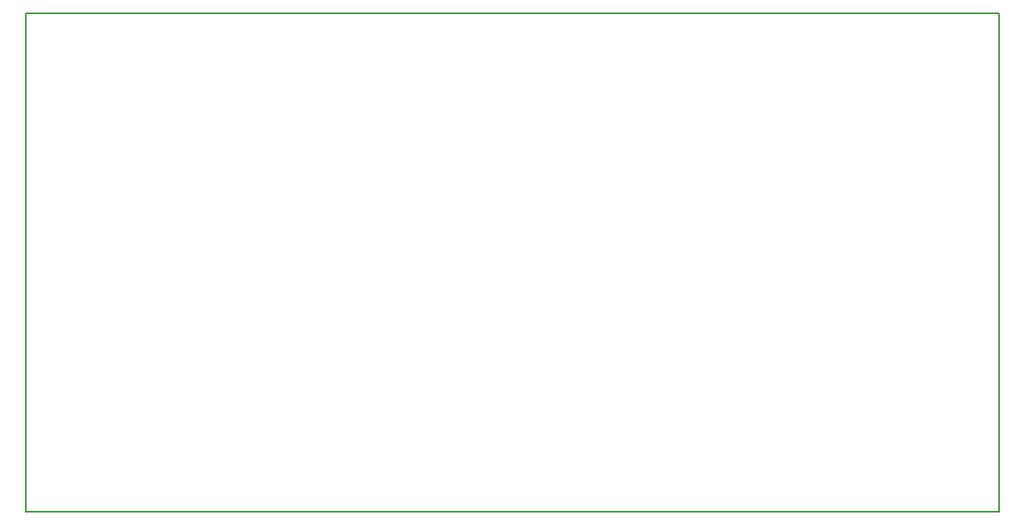
<source format=gko>
G04 Layer_Color=16711935*
%FSTAX24Y24*%
%MOIN*%
G70*
G01*
G75*
%ADD24C,0.0079*%
D24*
X02Y022D02*
Y042D01*
Y022D02*
X059D01*
Y042D01*
X02D02*
X059D01*
M02*

</source>
